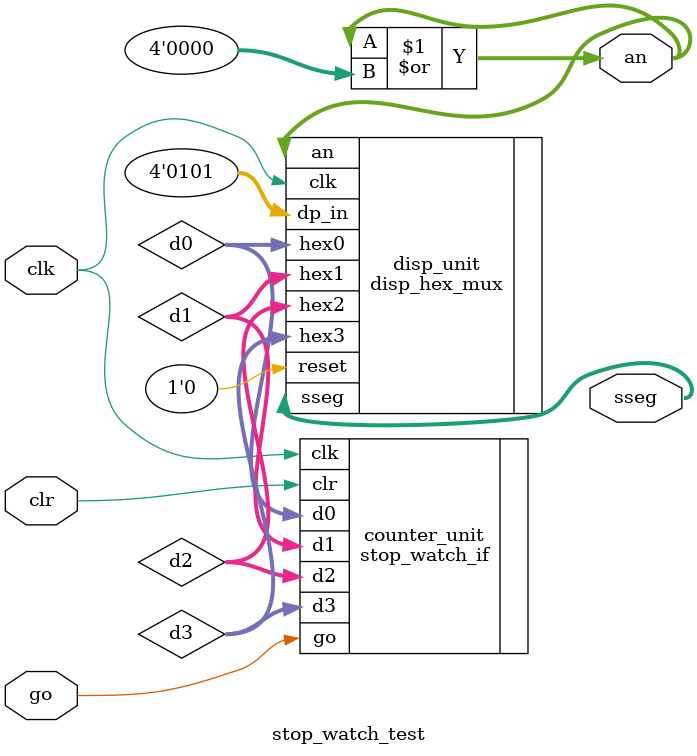
<source format=v>
module stop_watch_test
   (
    input wire clk,
    input wire go, clr,
    output wire [3:0] an,
    output wire [7:0] sseg
   );

   // signal declaration
   wire [3:0] d3, d2, d1, d0; // 4 digits 

   // instantiate 7-seg LED display module
   disp_hex_mux disp_unit
      (.clk(clk), .reset(1'b0), .hex3(d3),
        .hex2(d2), .hex1(d1), .hex0(d0),
       .dp_in(4'b0101), .an(an), .sseg(sseg)); //set M.SS.DS format 

   // instantiate stopwatch
   stop_watch_if counter_unit
      (.clk(clk), .go(go), .clr(clr),
       .d3(d3), .d2(d2), .d1(d1), .d0(d0) );
       
   //disable the unused display by setting it to 1
   assign an = an | 4'b0000; //activate all digits 

endmodule

</source>
